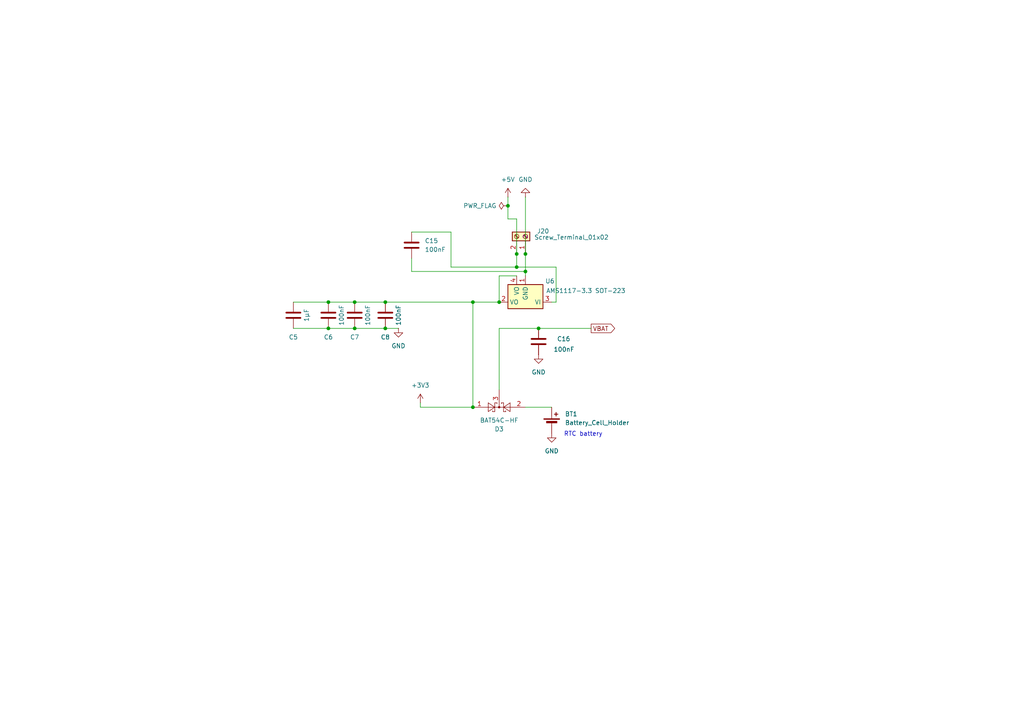
<source format=kicad_sch>
(kicad_sch (version 20250114) (generator "eeschema") (generator_version "9.0")
  (paper "A4")
  (title_block (title "ADCs for 10K thermistors") (date "2025-01-07") (rev "v0.1.1"))
  (lib_symbols
    (symbol "ProjectLib:AMS1117-3.3"
      (property "Reference" "U" (at -3.81 3.175 0))
      (property "Value" "AMS1117-3.3" (at 0 3.175 0))
      (symbol "AMS1117-3.3_0_1"
        (rectangle (start -5.08 1.905) (end 5.08 -5.08) (stroke (width 0.254)) (fill (type background)))
      )
      (symbol "AMS1117-3.3_1_1"
        (pin power_in line (at -7.62 0 0) (length 2.54) (name "VI") (number "3"))
        (pin power_in line (at 0 -7.62 90) (length 2.54) (name "GND") (number "1"))
        (pin power_in line (at 2.54 -7.62 90) (length 2.54) (name "VO") (number "4"))
        (pin power_out line (at 7.62 0 180) (length 2.54) (name "VO") (number "2"))
      )
    )
    (symbol "ProjectLib:BAT54C" (pin_names (offset 1.016))
      (property "Reference" "D" (at 0.635 -3.81 0))
      (property "Value" "BAT54C" (at -6.35 3.175 0))
      (symbol "BAT54C_0_1"
        (polyline (pts (xy -3.175 -1.27) (xy -3.175 1.27) (xy -1.27 0) (xy -3.175 -1.27)))
        (polyline (pts (xy -1.905 1.27) (xy -1.905 1.016)))
        (polyline (pts (xy -1.905 0) (xy 1.905 0)))
        (polyline (pts (xy -1.27 1.27) (xy -1.905 1.27)))
        (polyline (pts (xy -1.27 1.27) (xy -1.27 -1.27)))
        (polyline (pts (xy -1.27 0) (xy -3.81 0)))
        (polyline (pts (xy -1.27 -1.27) (xy -0.635 -1.27)))
        (polyline (pts (xy -0.635 -1.27) (xy -0.635 -1.016)))
        (circle (center 0 0) (radius 0.254) (fill (type outline)))
        (polyline (pts (xy 0.635 -1.27) (xy 0.635 -1.016)))
        (polyline (pts (xy 1.27 1.27) (xy 1.27 -1.27)))
        (polyline (pts (xy 1.27 1.27) (xy 1.905 1.27)))
        (polyline (pts (xy 1.27 -1.27) (xy 0.635 -1.27)))
        (polyline (pts (xy 1.905 1.27) (xy 1.905 1.016)))
        (polyline (pts (xy 3.175 -1.27) (xy 3.175 1.27) (xy 1.27 0) (xy 3.175 -1.27)))
        (polyline (pts (xy 3.81 0) (xy 1.27 0)))
      )
      (symbol "BAT54C_1_1"
        (pin power_in line (at -7.62 0 0) (length 3.81) (name "~") (number "1"))
        (pin power_out line (at 0 -5.08 90) (length 5.08) (name "~") (number "3"))
        (pin power_in line (at 7.62 0 180) (length 3.81) (name "~") (number "2"))
      )
    )
    (symbol "ProjectLib:Battery_Cell" (pin_numbers (hide yes)) (pin_names (offset 0) (hide yes))
      (property "Reference" "BT" (at 2.54 2.54 0))
      (property "Value" "Battery_Cell" (at 2.54 0 0))
      (symbol "Battery_Cell_0_1"
        (rectangle (start -2.286 1.778) (end 2.286 1.524) (fill (type outline)))
        (rectangle (start -1.524 1.016) (end 1.524 0.508) (fill (type outline)))
        (polyline (pts (xy 0 1.778) (xy 0 2.54)))
        (polyline (pts (xy 0 0.762) (xy 0 0)))
        (polyline (pts (xy 0.762 3.048) (xy 1.778 3.048)) (stroke (width 0.254)))
        (polyline (pts (xy 1.27 3.556) (xy 1.27 2.54)) (stroke (width 0.254)))
      )
      (symbol "Battery_Cell_1_1"
        (pin power_out line (at 0 5.08 270) (length 2.54) (name "+") (number "1"))
        (pin power_out line (at 0 -2.54 90) (length 2.54) (name "-") (number "2"))
      )
    )
    (symbol "ProjectLib:C" (pin_numbers (hide yes)) (pin_names (offset 0.254))
      (property "Reference" "C" (at 0.635 2.54 0))
      (property "Value" "C" (at 0.635 -2.54 0))
      (symbol "C_0_1"
        (polyline (pts (xy -2.032 0.762) (xy 2.032 0.762)) (stroke (width 0.508)))
        (polyline (pts (xy -2.032 -0.762) (xy 2.032 -0.762)) (stroke (width 0.508)))
      )
      (symbol "C_1_1"
        (pin passive line (at 0 3.81 270) (length 2.794) (name "~") (number "1"))
        (pin passive line (at 0 -3.81 90) (length 2.794) (name "~") (number "2"))
      )
    )
    (symbol "ProjectLib:Screw_Terminal_01x02" (pin_names (offset 1.016) (hide yes))
      (property "Reference" "J" (at 0 2.54 0))
      (property "Value" "Screw_Terminal_01x02" (at 0 -5.08 0))
      (symbol "Screw_Terminal_01x02_1_1"
        (rectangle (start -1.27 1.27) (end 1.27 -3.81) (stroke (width 0.254)) (fill (type background)))
        (polyline (pts (xy -0.5334 0.3302) (xy 0.3302 -0.508)) (stroke (width 0.1524)))
        (polyline (pts (xy -0.5334 -2.2098) (xy 0.3302 -3.048)) (stroke (width 0.1524)))
        (polyline (pts (xy -0.3556 0.508) (xy 0.508 -0.3302)) (stroke (width 0.1524)))
        (polyline (pts (xy -0.3556 -2.032) (xy 0.508 -2.8702)) (stroke (width 0.1524)))
        (circle (center 0 0) (radius 0.635) (stroke (width 0.1524)))
        (circle (center 0 -2.54) (radius 0.635) (stroke (width 0.1524)))
        (pin passive line (at -5.08 0 0) (length 3.81) (name "Pin_1") (number "1"))
        (pin passive line (at -5.08 -2.54 0) (length 3.81) (name "Pin_2") (number "2"))
      )
    )
    (symbol "power:+3V3" (power) (pin_numbers (hide yes)) (pin_names (offset 0) (hide yes))
      (property "Value" "+3V3" (at 0 3.556 0))
      (symbol "+3V3_0_1"
        (polyline (pts (xy -0.762 1.27) (xy 0 2.54)))
        (polyline (pts (xy 0 2.54) (xy 0.762 1.27)))
        (polyline (pts (xy 0 0) (xy 0 2.54)))
      )
      (symbol "+3V3_1_1"
        (pin power_in line (at 0 0 90) (length 0) (name "~") (number "1"))
      )
    )
    (symbol "power:+5V" (power) (pin_numbers (hide yes)) (pin_names (offset 0) (hide yes))
      (property "Value" "+5V" (at 0 3.556 0))
      (symbol "+5V_0_1"
        (polyline (pts (xy -0.762 1.27) (xy 0 2.54)))
        (polyline (pts (xy 0 2.54) (xy 0.762 1.27)))
        (polyline (pts (xy 0 0) (xy 0 2.54)))
      )
      (symbol "+5V_1_1"
        (pin power_in line (at 0 0 90) (length 0) (name "~") (number "1"))
      )
    )
    (symbol "power:GND" (power) (pin_numbers (hide yes)) (pin_names (offset 0) (hide yes))
      (property "Value" "GND" (at 0 -3.81 0))
      (symbol "GND_0_1"
        (polyline (pts (xy 0 0) (xy 0 -1.27) (xy 1.27 -1.27) (xy 0 -2.54) (xy -1.27 -1.27) (xy 0 -1.27)))
      )
      (symbol "GND_1_1"
        (pin power_in line (at 0 0 270) (length 0) (name "~") (number "1"))
      )
    )
    (symbol "power:PWR_FLAG" (power) (pin_numbers (hide yes)) (pin_names (offset 0) (hide yes))
      (property "Value" "PWR_FLAG" (at 0 3.81 0))
      (symbol "PWR_FLAG_0_0"
        (pin power_out line (at 0 0 90) (length 0) (name "~") (number "1"))
      )
      (symbol "PWR_FLAG_0_1"
        (polyline (pts (xy 0 0) (xy 0 1.27) (xy -1.016 1.905) (xy 0 2.54) (xy 1.016 1.905) (xy 0 1.27)))
      )
    )
  )
  (text "RTC battery" (at 169.164 125.984 0) (effects (font (size 1.27 1.27))))
  (junction (at 149.86 77.47))
  (junction (at 111.76 95.25))
  (junction (at 111.76 87.63))
  (junction (at 149.86 73.66))
  (junction (at 147.32 59.69))
  (junction (at 144.78 87.63))
  (junction (at 137.16 87.63))
  (junction (at 152.4 73.66))
  (junction (at 102.87 95.25))
  (junction (at 137.16 118.11))
  (junction (at 95.25 87.63))
  (junction (at 102.87 87.63))
  (junction (at 152.4 78.74))
  (junction (at 95.25 95.25))
  (junction (at 156.21 95.25))
  (wire (pts (xy 144.78 95.25) (xy 144.78 113.03)))
  (wire (pts (xy 161.29 77.47) (xy 149.86 77.47)))
  (wire (pts (xy 147.32 63.5) (xy 149.86 63.5)))
  (wire (pts (xy 144.78 80.01) (xy 144.78 87.63)))
  (wire (pts (xy 152.4 57.15) (xy 152.4 73.66)))
  (wire (pts (xy 144.78 87.63) (xy 137.16 87.63)))
  (wire (pts (xy 130.81 67.31) (xy 119.38 67.31)))
  (wire (pts (xy 152.4 118.11) (xy 160.02 118.11)))
  (wire (pts (xy 147.32 57.15) (xy 147.32 59.69)))
  (wire (pts (xy 102.87 95.25) (xy 111.76 95.25)))
  (wire (pts (xy 95.25 87.63) (xy 102.87 87.63)))
  (wire (pts (xy 149.86 80.01) (xy 144.78 80.01)))
  (wire (pts (xy 152.4 73.66) (xy 152.4 78.74)))
  (wire (pts (xy 130.81 67.31) (xy 130.81 77.47)))
  (wire (pts (xy 85.09 95.25) (xy 95.25 95.25)))
  (wire (pts (xy 102.87 87.63) (xy 111.76 87.63)))
  (wire (pts (xy 152.4 78.74) (xy 119.38 78.74)))
  (wire (pts (xy 156.21 95.25) (xy 171.45 95.25)))
  (wire (pts (xy 95.25 95.25) (xy 102.87 95.25)))
  (wire (pts (xy 161.29 87.63) (xy 161.29 77.47)))
  (wire (pts (xy 121.92 116.84) (xy 121.92 118.11)))
  (wire (pts (xy 149.86 73.66) (xy 149.86 77.47)))
  (wire (pts (xy 121.92 118.11) (xy 137.16 118.11)))
  (wire (pts (xy 111.76 95.25) (xy 115.57 95.25)))
  (wire (pts (xy 147.32 59.69) (xy 147.32 63.5)))
  (wire (pts (xy 152.4 78.74) (xy 152.4 80.01)))
  (wire (pts (xy 144.78 95.25) (xy 156.21 95.25)))
  (wire (pts (xy 137.16 87.63) (xy 111.76 87.63)))
  (wire (pts (xy 85.09 87.63) (xy 95.25 87.63)))
  (wire (pts (xy 137.16 87.63) (xy 137.16 118.11)))
  (wire (pts (xy 160.02 87.63) (xy 161.29 87.63)))
  (wire (pts (xy 149.86 77.47) (xy 130.81 77.47)))
  (wire (pts (xy 119.38 78.74) (xy 119.38 74.93)))
  (wire (pts (xy 149.86 63.5) (xy 149.86 73.66)))
  (global_label "VBAT" (shape output) (at 171.45 95.25 0) (property "Intersheetrefs" "${INTERSHEET_REFS}" (effects (hide yes))))
  (symbol (lib_id "power:+3V3") (at 121.92 116.84 0) (unit 1)
    (property "Reference" "#PWR042" (effects (hide yes)))
    (property "Value" "+3V3" (at 121.92 111.76 0))
    (property "Description" "Power symbol creates a global label with name \"+3V3\"" (effects (hide yes)))
  )
  (symbol (lib_id "ProjectLib:AMS1117-3.3") (at 152.4 87.63 180) (unit 1)
    (property "Reference" "U6" (at 159.512 81.534 0))
    (property "Value" "AMS1117-3.3 SOT-223" (at 169.926 84.328 0))
    (property "Footprint" "ProjectLib:SOT-223" (effects (hide yes)))
    (property "Datasheet" "http://www.advanced-monolithic.com/pdf/ds1117.pdf" (effects (hide yes)))
    (property "Description" "1A Low Dropout regulator, positive, 3.3V fixed output, SOT-223" (effects (hide yes)))
    (property "Manufacturer" "Advanced Monolithic" (effects (hide yes)))
    (property "MfgPart" "AMS1117-3.3 " (effects (hide yes)))
    (property "MountType" "SMT" (effects (hide yes)))
    (property "Notes" "or equivalent" (effects (hide yes)))
    (property "pads" "4" (effects (hide yes)))
    (property "Package" "SOT-223" (effects (hide yes)))
  )
  (symbol (lib_id "power:PWR_FLAG") (at 147.32 59.69 90) (unit 1)
    (property "Reference" "#FLG03" (effects (hide yes)))
    (property "Value" "PWR_FLAG" (at 139.192 59.69 90))
    (property "Description" "Special symbol for telling ERC where power comes from" (effects (hide yes)))
    (property "Note" "5v" (effects (hide yes)))
  )
  (symbol (lib_id "power:GND") (at 152.4 57.15 180) (unit 1)
    (property "Reference" "#PWR041" (effects (hide yes)))
    (property "Value" "GND" (at 152.4 52.07 0))
    (property "Description" "Power symbol creates a global label with name \"GND\" , ground" (effects (hide yes)))
  )
  (symbol (lib_id "ProjectLib:C") (at 111.76 91.44 0) (mirror y) (unit 1)
    (property "Reference" "C8" (at 111.76 97.79 0))
    (property "Value" "100nF" (at 115.57 91.44 90))
    (property "Footprint" "ProjectLib:C_0402_1005Metric" (effects (hide yes)))
    (property "Description" "Unpolarized capacitor" (effects (hide yes)))
    (property "MountType" "SMT" (effects (hide yes)))
    (property "pads" "2" (effects (hide yes)))
    (property "Package" "C_0402_1005Metric" (effects (hide yes)))
    (property "Notes" "or equivalent" (effects (hide yes)))
  )
  (symbol (lib_id "ProjectLib:C") (at 102.87 91.44 0) (mirror y) (unit 1)
    (property "Reference" "C7" (at 102.87 97.79 0))
    (property "Value" "100nF" (at 106.68 91.44 90))
    (property "Footprint" "ProjectLib:C_0402_1005Metric" (effects (hide yes)))
    (property "Description" "Unpolarized capacitor" (effects (hide yes)))
    (property "MountType" "SMT" (effects (hide yes)))
    (property "pads" "2" (effects (hide yes)))
    (property "Package" "C_0402_1005Metric" (effects (hide yes)))
    (property "Notes" "or equivalent" (effects (hide yes)))
  )
  (symbol (lib_id "ProjectLib:Battery_Cell") (at 160.02 123.19 0) (unit 1)
    (property "Reference" "BT1" (at 163.83 120.0784 0) (effects (justify left)))
    (property "Value" "Battery_Cell_Holder" (at 163.83 122.6184 0) (effects (justify left)))
    (property "Footprint" "ProjectLib:BatteryHolder_LINX_BAT-HLD-012-SMT" (effects (hide yes)))
    (property "Datasheet" "https://www.te.com/commerce/DocumentDelivery/DDEController?Action=srchrtrv&DocNm=BAT-HLD-012-SMT&DocType=Data+Sheet&DocLang=English&DocFormat=pdf&PartCntxt=BAT-HLD-012-SMT" (effects (hide yes)))
    (property "Description" "12mm coin battery retainer smd" (effects (hide yes)))
    (property "Manufacturer" "TE Connectivity Linx" (effects (hide yes)))
    (property "MfgPart" "BAT-HLD-012-SMT" (effects (hide yes)))
    (property "MountType" "SMT" (effects (hide yes)))
    (property "Notes" "or equivalent" (effects (hide yes)))
    (property "pads" "3" (effects (hide yes)))
    (property "Package" "BatteryHolder_LINX_BAT-HLD-012-SMT" (effects (hide yes)))
  )
  (symbol (lib_id "ProjectLib:Screw_Terminal_01x02") (at 152.4 68.58 270) (mirror x) (unit 1)
    (property "Reference" "J20" (at 155.702 67.056 90) (effects (justify left)))
    (property "Value" "Screw_Terminal_01x02" (at 154.94 68.834 90) (effects (justify left)))
    (property "Footprint" "ProjectLib:TerminalBlock_Phoenix_MPT-0,5-2-2.54_1x02_P2.54mm_Horizontal" (effects (hide yes)))
    (property "Datasheet" "https://www.lcsc.com/datasheet/C474920.pdf" (effects (hide yes)))
    (property "Description" "Screw terminal 1x02" (effects (hide yes)))
    (property "MountType" "PTH" (effects (hide yes)))
    (property "Manufacturer" "Cixi Kefa Elec" (effects (hide yes)))
    (property "MfgPart" "KF128-2.54-2P" (effects (hide yes)))
    (property "Notes" "or equivalent" (effects (hide yes)))
    (property "pads" "2" (at 152.4 68.58 0))
    (property "Package" "1x02_P2.54mm_Horizontal" (effects (hide yes)))
  )
  (symbol (lib_id "power:GND") (at 156.21 102.87 0) (unit 1)
    (property "Reference" "#PWR075" (effects (hide yes)))
    (property "Value" "GND" (at 156.21 107.95 0))
    (property "Description" "Power symbol creates a global label with name \"GND\" , ground" (effects (hide yes)))
  )
  (symbol (lib_id "power:GND") (at 115.57 95.25 0) (unit 1)
    (property "Reference" "#PWR050" (effects (hide yes)))
    (property "Value" "GND" (at 115.57 100.33 0))
    (property "Description" "Power symbol creates a global label with name \"GND\" , ground" (effects (hide yes)))
  )
  (symbol (lib_id "ProjectLib:C") (at 85.09 91.44 0) (mirror y) (unit 1)
    (property "Reference" "C5" (at 85.09 97.79 0))
    (property "Value" "1µF" (at 88.9 91.44 90))
    (property "Footprint" "ProjectLib:C_0402_1005Metric" (effects (hide yes)))
    (property "Description" "Unpolarized capacitor" (effects (hide yes)))
    (property "MountType" "SMT" (effects (hide yes)))
    (property "pads" "2" (effects (hide yes)))
    (property "Package" "C_0402_1005Metric" (effects (hide yes)))
    (property "Notes" "or equivalent" (effects (hide yes)))
  )
  (symbol (lib_id "ProjectLib:BAT54C") (at 144.78 118.11 0) (mirror x) (unit 1)
    (property "Reference" "D3" (at 144.78 124.46 0))
    (property "Value" "BAT54C-HF" (at 144.78 121.92 0))
    (property "Footprint" "ProjectLib:SOT-23" (effects (hide yes)))
    (property "Datasheet" "http://www.diodes.com/_files/datasheets/ds11005.pdf" (effects (hide yes)))
    (property "Description" "dual schottky barrier diode, common cathode" (effects (hide yes)))
    (property "MountType" "SMT" (effects (hide yes)))
    (property "Notes" "or equivqalent" (effects (hide yes)))
    (property "Manufacturer" "Comchip Technology" (effects (hide yes)))
    (property "MfgPart" "BAT54C-HF" (effects (hide yes)))
    (property "pads" "2" (effects (hide yes)))
    (property "Package" "SOT-23" (effects (hide yes)))
  )
  (symbol (lib_id "ProjectLib:C") (at 156.21 99.06 0) (unit 1)
    (property "Reference" "C16" (at 161.544 98.298 0) (effects (justify left)))
    (property "Value" "100nF" (at 160.528 101.346 0) (effects (justify left)))
    (property "Footprint" "ProjectLib:C_0402_1005Metric" (effects (hide yes)))
    (property "Description" "Unpolarized capacitor" (effects (hide yes)))
    (property "MountType" "SMT" (effects (hide yes)))
    (property "pads" "2" (effects (hide yes)))
    (property "Package" "C_0402_1005Metric" (effects (hide yes)))
    (property "Notes" "or equivalent" (effects (hide yes)))
  )
  (symbol (lib_id "ProjectLib:C") (at 119.38 71.12 0) (unit 1)
    (property "Reference" "C15" (at 123.19 69.8499 0) (effects (justify left)))
    (property "Value" "100nF" (at 123.19 72.3899 0) (effects (justify left)))
    (property "Footprint" "ProjectLib:C_0402_1005Metric" (effects (hide yes)))
    (property "Description" "Unpolarized capacitor" (effects (hide yes)))
    (property "MountType" "SMT" (effects (hide yes)))
    (property "pads" "2" (effects (hide yes)))
    (property "Package" "C_0402_1005Metric" (effects (hide yes)))
    (property "Notes" "or equivalent" (effects (hide yes)))
  )
  (symbol (lib_id "power:GND") (at 160.02 125.73 0) (unit 1)
    (property "Reference" "#PWR078" (effects (hide yes)))
    (property "Value" "GND" (at 160.02 130.81 0))
    (property "Description" "Power symbol creates a global label with name \"GND\" , ground" (effects (hide yes)))
  )
  (symbol (lib_id "power:+5V") (at 147.32 57.15 0) (unit 1)
    (property "Reference" "#PWR030" (effects (hide yes)))
    (property "Value" "+5V" (at 147.32 52.07 0))
    (property "Description" "Power symbol creates a global label with name \"+5V\"" (effects (hide yes)))
  )
  (symbol (lib_id "ProjectLib:C") (at 95.25 91.44 0) (mirror y) (unit 1)
    (property "Reference" "C6" (at 95.25 97.79 0))
    (property "Value" "100nF" (at 99.06 91.44 90))
    (property "Footprint" "ProjectLib:C_0402_1005Metric" (effects (hide yes)))
    (property "Description" "Unpolarized capacitor" (effects (hide yes)))
    (property "MountType" "SMT" (effects (hide yes)))
    (property "pads" "2" (effects (hide yes)))
    (property "Package" "C_0402_1005Metric" (effects (hide yes)))
    (property "Notes" "or equivalent" (effects (hide yes)))
  )
)
</source>
